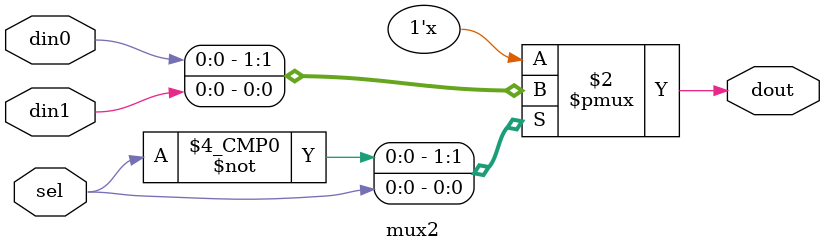
<source format=v>
module mux2(
    input din0,
    input din1,
    input sel,
    output reg dout
    );
    
    always @(sel, din0, din1)
    case(sel)
    1'b0: dout = din0;
    1'b1: dout = din1;
    
    endcase
    
endmodule


</source>
